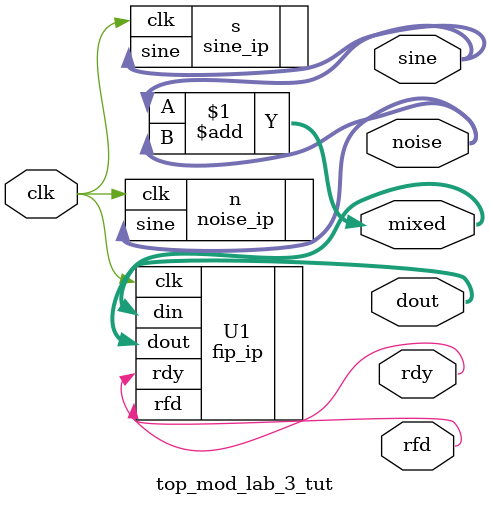
<source format=v>
`timescale 1ns / 1ps
module top_mod_lab_3_tut(clk,sine,noise,rfd,rdy,dout,mixed
);
input clk; output [15 : 0] noise,sine,mixed;
output [32 : 0] dout;
output rfd,rdy;
noise_ip n(
.clk(clk), // input clk
.sine(noise) // output [15 : 0] sine
);
sine_ip s(
.clk(clk), // input clk
.sine(sine) // output [15 : 0] sine
);
assign mixed= sine + noise; fip_ip U1 ( .clk(clk), // input clk
.rfd(rfd), // output rfd
.rdy(rdy), // output rdy
.din(mixed), // input [15 : 0] din 
.dout(dout)); // output [32 : 0] dout 
endmodule
    



</source>
